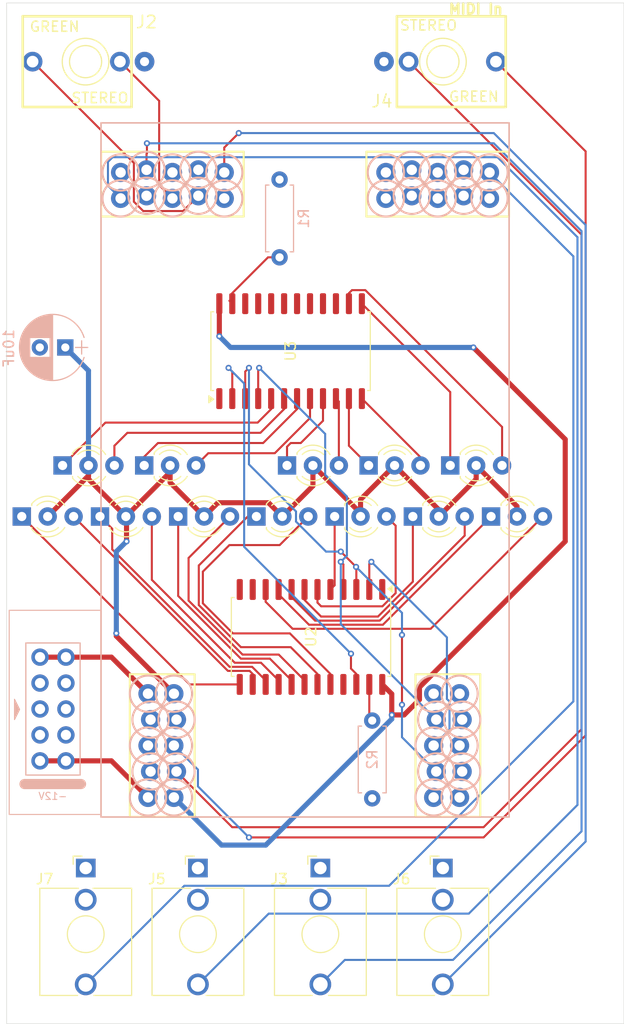
<source format=kicad_pcb>
(kicad_pcb (version 20240108) (generator "pcbnew") (generator_version "8.0")
  (layers (0 "F.Cu" signal) (31 "B.Cu" signal) (34 "B.Paste" user) (35 "F.Paste" user) (36 "B.SilkS" user "B.Silkscreen") (37 "F.SilkS" user "F.Silkscreen") (38 "B.Mask" user) (39 "F.Mask" user) (44 "Edge.Cuts" user))
  (net 0 "")
  (net 3 "Net-(D1-K1)")
  (net 9 "Net-(D1-K2)")
  (net 10 "Net-(D2-K1)")
  (net 13 "Net-(D2-K2)")
  (net 14 "Net-(D3-K1)")
  (net 17 "Net-(D3-K2)")
  (net 18 "GND")
  (net 19 "+12V")
  (net 20 "-12V")
  (net 21 "Net-(D4-K2)")
  (net 22 "Net-(U1-USB_DM)")
  (net 23 "Net-(U1-USB_DP)")
  (net 24 "Net-(U1-AUDIO_OUT_L)")
  (net 25 "Net-(U1-CV_1)")
  (net 26 "Net-(D4-K1)")
  (net 27 "Net-(D5-K1)")
  (net 28 "Net-(D5-K2)")
  (net 29 "Net-(D6-K1)")
  (net 30 "Net-(D6-K2)")
  (net 31 "Net-(D7-K1)")
  (net 32 "Net-(D7-K2)")
  (net 33 "Net-(D8-K1)")
  (net 34 "Net-(D8-K2)")
  (net 35 "Net-(U1-I2C1_SCL)")
  (net 36 "Net-(D9-K2)")
  (net 37 "+5V")
  (net 38 "+3.3V")
  (net 39 "Net-(U1-I2C1_SDA)")
  (net 40 "Net-(D9-K1)")
  (net 41 "Net-(D11-K1)")
  (net 42 "Net-(D11-K2)")
  (net 43 "Net-(D12-K2)")
  (net 44 "Net-(D12-K1)")
  (net 45 "Net-(D13-K2)")
  (net 46 "Net-(D13-K1)")
  (net 49 "Net-(U1-GATE_IN_1)")
  (net 50 "Net-(U1-GATE_OUT_1)")
  (net 53 "Net-(U3-R-EXT)")
  (net 54 "Net-(U2-R-EXT)")
  (net 59 "/LEDs/shift")
  (net 62 "/LEDs/data")
  (net 69 "/LEDs/clock")
  (net 79 "Net-(U2-SDO)")
  (footprint "Connector_Audio:Jack_3.5mm_QingPu_WQP-PJ398SM_Vertical_CircularHoles" (layer "F.Cu") (at 156 145)
    (property "Reference" "J3" (at -4.03 1.08 360) (layer "F.SilkS"))
    (property "Value" "Note Out")
    (pad "S" thru_hole rect (at 0 0 180) (size 1.93 1.83) (drill 1.22) (layers "*.Cu" "*.Mask") (net 18 "GND"))
    (pad "T" thru_hole circle (at 0 11.4 180) (size 2.13 2.13) (drill 1.43) (layers "*.Cu" "*.Mask") (net 24 "Net-(U1-AUDIO_OUT_L)"))
    (pad "TN" thru_hole circle (at 0 3.1 180) (size 2.13 2.13) (drill 1.42) (layers "*.Cu" "*.Mask"))
  )
  (footprint "LED_THT:LED_D3.0mm-3" (layer "F.Cu") (at 142.065097 110.561764)
    (property "Reference" "D3" (hide yes))
    (property "Value" "E")
    (pad "1" thru_hole rect (at 0 0) (size 1.8 1.8) (drill 0.9) (layers "*.Cu" "*.Mask") (net 14 "Net-(D3-K1)"))
    (pad "2" thru_hole circle (at 2.54 0) (size 1.8 1.8) (drill 0.9) (layers "*.Cu" "*.Mask") (net 37 "+5V"))
    (pad "3" thru_hole circle (at 5.08 0) (size 1.8 1.8) (drill 0.9) (layers "*.Cu" "*.Mask") (net 17 "Net-(D3-K2)"))
  )
  (footprint "LED_THT:LED_D3.0mm-3" (layer "F.Cu") (at 157.398429 110.561764)
    (property "Reference" "D5" (hide yes))
    (property "Value" "G")
    (pad "1" thru_hole rect (at 0 0) (size 1.8 1.8) (drill 0.9) (layers "*.Cu" "*.Mask") (net 27 "Net-(D5-K1)"))
    (pad "2" thru_hole circle (at 2.54 0) (size 1.8 1.8) (drill 0.9) (layers "*.Cu" "*.Mask") (net 37 "+5V"))
    (pad "3" thru_hole circle (at 5.08 0) (size 1.8 1.8) (drill 0.9) (layers "*.Cu" "*.Mask") (net 28 "Net-(D5-K2)"))
  )
  (footprint "LED_THT:LED_D3.0mm-3" (layer "F.Cu") (at 168.731765 105.561764)
    (property "Reference" "D13" (hide yes))
    (property "Value" "A#")
    (pad "1" thru_hole rect (at 0 0) (size 1.8 1.8) (drill 0.9) (layers "*.Cu" "*.Mask") (net 46 "Net-(D13-K1)"))
    (pad "2" thru_hole circle (at 2.54 0) (size 1.8 1.8) (drill 0.9) (layers "*.Cu" "*.Mask") (net 37 "+5V"))
    (pad "3" thru_hole circle (at 5.08 0) (size 1.8 1.8) (drill 0.9) (layers "*.Cu" "*.Mask") (net 45 "Net-(D13-K2)"))
  )
  (footprint "LED_THT:LED_D3.0mm-3" (layer "F.Cu") (at 165.065095 110.561764)
    (property "Reference" "D6" (hide yes))
    (property "Value" "A")
    (pad "1" thru_hole rect (at 0 0) (size 1.8 1.8) (drill 0.9) (layers "*.Cu" "*.Mask") (net 29 "Net-(D6-K1)"))
    (pad "2" thru_hole circle (at 2.54 0) (size 1.8 1.8) (drill 0.9) (layers "*.Cu" "*.Mask") (net 37 "+5V"))
    (pad "3" thru_hole circle (at 5.08 0) (size 1.8 1.8) (drill 0.9) (layers "*.Cu" "*.Mask") (net 30 "Net-(D6-K2)"))
  )
  (footprint "Connector_Audio:Jack_3.5mm_QingPu_WQP-PJ398SM_Vertical_CircularHoles" (layer "F.Cu") (at 168 145)
    (property "Reference" "J6" (at -4.03 1.08 180) (layer "F.SilkS"))
    (property "Value" "Gate Out")
    (pad "S" thru_hole rect (at 0 0 180) (size 1.93 1.83) (drill 1.22) (layers "*.Cu" "*.Mask") (net 18 "GND"))
    (pad "T" thru_hole circle (at 0 11.4 180) (size 2.13 2.13) (drill 1.43) (layers "*.Cu" "*.Mask") (net 50 "Net-(U1-GATE_OUT_1)"))
    (pad "TN" thru_hole circle (at 0 3.1 180) (size 2.13 2.13) (drill 1.42) (layers "*.Cu" "*.Mask"))
  )
  (footprint "LED_THT:LED_D3.0mm-3" (layer "F.Cu") (at 134.398431 110.561764)
    (property "Reference" "D2" (hide yes))
    (property "Value" "D")
    (pad "1" thru_hole rect (at 0 0) (size 1.8 1.8) (drill 0.9) (layers "*.Cu" "*.Mask") (net 10 "Net-(D2-K1)"))
    (pad "2" thru_hole circle (at 2.54 0) (size 1.8 1.8) (drill 0.9) (layers "*.Cu" "*.Mask") (net 37 "+5V"))
    (pad "3" thru_hole circle (at 5.08 0) (size 1.8 1.8) (drill 0.9) (layers "*.Cu" "*.Mask") (net 13 "Net-(D2-K2)"))
  )
  (footprint "LED_THT:LED_D3.0mm-3" (layer "F.Cu") (at 160.731765 105.561764)
    (property "Reference" "D12" (hide yes))
    (property "Value" "G#")
    (pad "1" thru_hole rect (at 0 0) (size 1.8 1.8) (drill 0.9) (layers "*.Cu" "*.Mask") (net 44 "Net-(D12-K1)"))
    (pad "2" thru_hole circle (at 2.54 0) (size 1.8 1.8) (drill 0.9) (layers "*.Cu" "*.Mask") (net 37 "+5V"))
    (pad "3" thru_hole circle (at 5.08 0) (size 1.8 1.8) (drill 0.9) (layers "*.Cu" "*.Mask") (net 43 "Net-(D12-K2)"))
  )
  (footprint "LED_THT:LED_D3.0mm-3" (layer "F.Cu") (at 138.731765 105.561764)
    (property "Reference" "D9" (hide yes))
    (property "Value" "D#")
    (pad "1" thru_hole rect (at 0 0) (size 1.8 1.8) (drill 0.9) (layers "*.Cu" "*.Mask") (net 40 "Net-(D9-K1)"))
    (pad "2" thru_hole circle (at 2.54 0) (size 1.8 1.8) (drill 0.9) (layers "*.Cu" "*.Mask") (net 37 "+5V"))
    (pad "3" thru_hole circle (at 5.08 0) (size 1.8 1.8) (drill 0.9) (layers "*.Cu" "*.Mask") (net 36 "Net-(D9-K2)"))
  )
  (footprint "LED_THT:LED_D3.0mm-3" (layer "F.Cu") (at 130.731765 105.561764)
    (property "Reference" "D8" (hide yes))
    (property "Value" "C#")
    (pad "1" thru_hole rect (at 0 0) (size 1.8 1.8) (drill 0.9) (layers "*.Cu" "*.Mask") (net 33 "Net-(D8-K1)"))
    (pad "2" thru_hole circle (at 2.54 0) (size 1.8 1.8) (drill 0.9) (layers "*.Cu" "*.Mask") (net 37 "+5V"))
    (pad "3" thru_hole circle (at 5.08 0) (size 1.8 1.8) (drill 0.9) (layers "*.Cu" "*.Mask") (net 34 "Net-(D8-K2)"))
  )
  (footprint "KitsBlips:Stereo_Thonk_PJ366ST" (layer "F.Cu") (at 168 66 180)
    (property "Reference" "J4" (at 4.826 -3.175 360) (layer "F.SilkS") (effects (font (size 1.2065 1.2065) (thickness 0.1524)) (justify right top)))
    (property "Value" "MIDI In" (at -6.0198 5.7404 360) (layer "F.SilkS") (effects (font (thickness 0.25)) (justify right top)))
    (fp_text user "STEREO" (at 1.397 3.556 360) (layer "F.SilkS"))
    (fp_text user "GREEN" (at -3.048 -3.429 360) (layer "F.SilkS"))
    (pad "R" thru_hole circle (at 3.3528 0 180) (size 1.9304 1.9304) (drill 1.143) (layers "*.Cu" "*.Mask") (net 23 "Net-(U1-USB_DP)"))
    (pad "S" thru_hole circle (at 5.7658 0 180) (size 1.9304 1.9304) (drill 0.889) (layers "*.Cu" "*.Mask") (net 18 "GND"))
    (pad "T" thru_hole circle (at -5.207 0 180) (size 1.9304 1.9304) (drill 1.143) (layers "*.Cu" "*.Mask") (net 22 "Net-(U1-USB_DM)"))
  )
  (footprint "LED_THT:LED_D3.0mm-3" (layer "F.Cu") (at 152.731765 105.561764)
    (property "Reference" "D11" (hide yes))
    (property "Value" "F#")
    (pad "1" thru_hole rect (at 0 0) (size 1.8 1.8) (drill 0.9) (layers "*.Cu" "*.Mask") (net 41 "Net-(D11-K1)"))
    (pad "2" thru_hole circle (at 2.54 0) (size 1.8 1.8) (drill 0.9) (layers "*.Cu" "*.Mask") (net 37 "+5V"))
    (pad "3" thru_hole circle (at 5.08 0) (size 1.8 1.8) (drill 0.9) (layers "*.Cu" "*.Mask") (net 42 "Net-(D11-K2)"))
  )
  (footprint "Connector_Audio:Jack_3.5mm_QingPu_WQP-PJ398SM_Vertical_CircularHoles" (layer "F.Cu") (at 144 145)
    (property "Reference" "J5" (at -4.03 1.08 180) (layer "F.SilkS"))
    (property "Value" "Trig")
    (pad "S" thru_hole rect (at 0 0 180) (size 1.93 1.83) (drill 1.22) (layers "*.Cu" "*.Mask") (net 18 "GND"))
    (pad "T" thru_hole circle (at 0 11.4 180) (size 2.13 2.13) (drill 1.43) (layers "*.Cu" "*.Mask") (net 49 "Net-(U1-GATE_IN_1)"))
    (pad "TN" thru_hole circle (at 0 3.1 180) (size 2.13 2.13) (drill 1.42) (layers "*.Cu" "*.Mask"))
  )
  (footprint "LED_THT:LED_D3.0mm-3" (layer "F.Cu") (at 149.731763 110.561764)
    (property "Reference" "D4" (hide yes))
    (property "Value" "F")
    (pad "1" thru_hole rect (at 0 0) (size 1.8 1.8) (drill 0.9) (layers "*.Cu" "*.Mask") (net 26 "Net-(D4-K1)"))
    (pad "2" thru_hole circle (at 2.54 0) (size 1.8 1.8) (drill 0.9) (layers "*.Cu" "*.Mask") (net 37 "+5V"))
    (pad "3" thru_hole circle (at 5.08 0) (size 1.8 1.8) (drill 0.9) (layers "*.Cu" "*.Mask") (net 21 "Net-(D4-K2)"))
  )
  (footprint "LED_THT:LED_D3.0mm-3" (layer "F.Cu") (at 172.731765 110.561764)
    (property "Reference" "D7" (hide yes))
    (property "Value" "B")
    (pad "1" thru_hole rect (at 0 0) (size 1.8 1.8) (drill 0.9) (layers "*.Cu" "*.Mask") (net 31 "Net-(D7-K1)"))
    (pad "2" thru_hole circle (at 2.54 0) (size 1.8 1.8) (drill 0.9) (layers "*.Cu" "*.Mask") (net 37 "+5V"))
    (pad "3" thru_hole circle (at 5.08 0) (size 1.8 1.8) (drill 0.9) (layers "*.Cu" "*.Mask") (net 32 "Net-(D7-K2)"))
  )
  (footprint "KitsBlips:Stereo_Thonk_PJ366ST" (layer "F.Cu") (at 133 66)
    (property "Reference" "J2" (at 4.826 -3.175 0) (layer "F.SilkS") (effects (font (size 1.2065 1.2065) (thickness 0.1524)) (justify left bottom)))
    (property "Value" "MIDI Out" (hide yes))
    (fp_text user "GREEN" (at -3.048 -3.429 0) (layer "F.SilkS"))
    (fp_text user "STEREO" (at 1.397 3.556 0) (layer "F.SilkS"))
    (pad "R" thru_hole circle (at 3.3528 0) (size 1.9304 1.9304) (drill 1.143) (layers "*.Cu" "*.Mask") (net 39 "Net-(U1-I2C1_SDA)"))
    (pad "S" thru_hole circle (at 5.7658 0) (size 1.9304 1.9304) (drill 0.889) (layers "*.Cu" "*.Mask") (net 18 "GND"))
    (pad "T" thru_hole circle (at -5.207 0) (size 1.9304 1.9304) (drill 1.143) (layers "*.Cu" "*.Mask") (net 35 "Net-(U1-I2C1_SCL)"))
  )
  (footprint "Package_SO:SOIC-24W_7.5x15.4mm_P1.27mm" (layer "F.Cu") (at 155.081765 122.361764 -90)
    (property "Reference" "U2" (at 0 0 90) (layer "F.SilkS"))
    (property "Value" "STP16CP05")
    (pad "1" smd roundrect (at -4.65 -6.985 270) (size 2.05 0.6) (layers "F.Cu" "F.Paste" "F.Mask") (net 18 "GND"))
    (pad "2" smd roundrect (at -4.65 -5.715 270) (size 2.05 0.6) (layers "F.Cu" "F.Paste" "F.Mask") (net 62 "/LEDs/data"))
    (pad "3" smd roundrect (at -4.65 -4.445 270) (size 2.05 0.6) (layers "F.Cu" "F.Paste" "F.Mask") (net 69 "/LEDs/clock"))
    (pad "4" smd roundrect (at -4.65 -3.175 270) (size 2.05 0.6) (layers "F.Cu" "F.Paste" "F.Mask") (net 59 "/LEDs/shift"))
    (pad "5" smd roundrect (at -4.65 -1.905 270) (size 2.05 0.6) (layers "F.Cu" "F.Paste" "F.Mask") (net 27 "Net-(D5-K1)"))
    (pad "6" smd roundrect (at -4.65 -0.635 270) (size 2.05 0.6) (layers "F.Cu" "F.Paste" "F.Mask") (net 28 "Net-(D5-K2)"))
    (pad "7" smd roundrect (at -4.65 0.635 270) (size 2.05 0.6) (layers "F.Cu" "F.Paste" "F.Mask") (net 29 "Net-(D6-K1)"))
    (pad "8" smd roundrect (at -4.65 1.905 270) (size 2.05 0.6) (layers "F.Cu" "F.Paste" "F.Mask") (net 30 "Net-(D6-K2)"))
    (pad "9" smd roundrect (at -4.65 3.175 270) (size 2.05 0.6) (layers "F.Cu" "F.Paste" "F.Mask") (net 31 "Net-(D7-K1)"))
    (pad "10" smd roundrect (at -4.65 4.445 270) (size 2.05 0.6) (layers "F.Cu" "F.Paste" "F.Mask") (net 32 "Net-(D7-K2)"))
    (pad "11" smd roundrect (at -4.65 5.715 270) (size 2.05 0.6) (layers "F.Cu" "F.Paste" "F.Mask"))
    (pad "12" smd roundrect (at -4.65 6.985 270) (size 2.05 0.6) (layers "F.Cu" "F.Paste" "F.Mask"))
    (pad "13" smd roundrect (at 4.65 6.985 270) (size 2.05 0.6) (layers "F.Cu" "F.Paste" "F.Mask") (net 3 "Net-(D1-K1)"))
    (pad "14" smd roundrect (at 4.65 5.715 270) (size 2.05 0.6) (layers "F.Cu" "F.Paste" "F.Mask") (net 9 "Net-(D1-K2)"))
    (pad "15" smd roundrect (at 4.65 4.445 270) (size 2.05 0.6) (layers "F.Cu" "F.Paste" "F.Mask") (net 10 "Net-(D2-K1)"))
    (pad "16" smd roundrect (at 4.65 3.175 270) (size 2.05 0.6) (layers "F.Cu" "F.Paste" "F.Mask") (net 13 "Net-(D2-K2)"))
    (pad "17" smd roundrect (at 4.65 1.905 270) (size 2.05 0.6) (layers "F.Cu" "F.Paste" "F.Mask") (net 14 "Net-(D3-K1)"))
    (pad "18" smd roundrect (at 4.65 0.635 270) (size 2.05 0.6) (layers "F.Cu" "F.Paste" "F.Mask") (net 17 "Net-(D3-K2)"))
    (pad "19" smd roundrect (at 4.65 -0.635 270) (size 2.05 0.6) (layers "F.Cu" "F.Paste" "F.Mask") (net 26 "Net-(D4-K1)"))
    (pad "20" smd roundrect (at 4.65 -1.905 270) (size 2.05 0.6) (layers "F.Cu" "F.Paste" "F.Mask") (net 21 "Net-(D4-K2)"))
    (pad "21" smd roundrect (at 4.65 -3.175 270) (size 2.05 0.6) (layers "F.Cu" "F.Paste" "F.Mask") (net 18 "GND"))
    (pad "22" smd roundrect (at 4.65 -4.445 270) (size 2.05 0.6) (layers "F.Cu" "F.Paste" "F.Mask") (net 79 "Net-(U2-SDO)"))
    (pad "23" smd roundrect (at 4.65 -5.715 270) (size 2.05 0.6) (layers "F.Cu" "F.Paste" "F.Mask") (net 54 "Net-(U2-R-EXT)"))
    (pad "24" smd roundrect (at 4.65 -6.985 270) (size 2.05 0.6) (layers "F.Cu" "F.Paste" "F.Mask") (net 38 "+3.3V"))
  )
  (footprint "Package_SO:SOIC-24W_7.5x15.4mm_P1.27mm" (layer "F.Cu") (at 153.081765 94.361764 90)
    (property "Reference" "U3" (at 0 0 90) (layer "F.SilkS"))
    (property "Value" "STP16CP05")
    (pad "1" smd roundrect (at -4.65 -6.985 90) (size 2.05 0.6) (layers "F.Cu" "F.Paste" "F.Mask") (net 18 "GND"))
    (pad "2" smd roundrect (at -4.65 -5.715 90) (size 2.05 0.6) (layers "F.Cu" "F.Paste" "F.Mask") (net 79 "Net-(U2-SDO)"))
    (pad "3" smd roundrect (at -4.65 -4.445 90) (size 2.05 0.6) (layers "F.Cu" "F.Paste" "F.Mask") (net 69 "/LEDs/clock"))
    (pad "4" smd roundrect (at -4.65 -3.175 90) (size 2.05 0.6) (layers "F.Cu" "F.Paste" "F.Mask") (net 59 "/LEDs/shift"))
    (pad "5" smd roundrect (at -4.65 -1.905 90) (size 2.05 0.6) (layers "F.Cu" "F.Paste" "F.Mask") (net 33 "Net-(D8-K1)"))
    (pad "6" smd roundrect (at -4.65 -0.635 90) (size 2.05 0.6) (layers "F.Cu" "F.Paste" "F.Mask") (net 34 "Net-(D8-K2)"))
    (pad "7" smd roundrect (at -4.65 0.635 90) (size 2.05 0.6) (layers "F.Cu" "F.Paste" "F.Mask") (net 40 "Net-(D9-K1)"))
    (pad "8" smd roundrect (at -4.65 1.905 90) (size 2.05 0.6) (layers "F.Cu" "F.Paste" "F.Mask") (net 36 "Net-(D9-K2)"))
    (pad "9" smd roundrect (at -4.65 3.175 90) (size 2.05 0.6) (layers "F.Cu" "F.Paste" "F.Mask") (net 41 "Net-(D11-K1)"))
    (pad "10" smd roundrect (at -4.65 4.445 90) (size 2.05 0.6) (layers "F.Cu" "F.Paste" "F.Mask") (net 42 "Net-(D11-K2)"))
    (pad "11" smd roundrect (at -4.65 5.715 90) (size 2.05 0.6) (layers "F.Cu" "F.Paste" "F.Mask") (net 44 "Net-(D12-K1)"))
    (pad "12" smd roundrect (at -4.65 6.985 90) (size 2.05 0.6) (layers "F.Cu" "F.Paste" "F.Mask") (net 43 "Net-(D12-K2)"))
    (pad "13" smd roundrect (at 4.65 6.985 90) (size 2.05 0.6) (layers "F.Cu" "F.Paste" "F.Mask") (net 46 "Net-(D13-K1)"))
    (pad "14" smd roundrect (at 4.65 5.715 90) (size 2.05 0.6) (layers "F.Cu" "F.Paste" "F.Mask") (net 45 "Net-(D13-K2)"))
    (pad "15" smd roundrect (at 4.65 4.445 90) (size 2.05 0.6) (layers "F.Cu" "F.Paste" "F.Mask"))
    (pad "16" smd roundrect (at 4.65 3.175 90) (size 2.05 0.6) (layers "F.Cu" "F.Paste" "F.Mask"))
    (pad "17" smd roundrect (at 4.65 1.905 90) (size 2.05 0.6) (layers "F.Cu" "F.Paste" "F.Mask"))
    (pad "18" smd roundrect (at 4.65 0.635 90) (size 2.05 0.6) (layers "F.Cu" "F.Paste" "F.Mask"))
    (pad "19" smd roundrect (at 4.65 -0.635 90) (size 2.05 0.6) (layers "F.Cu" "F.Paste" "F.Mask"))
    (pad "20" smd roundrect (at 4.65 -1.905 90) (size 2.05 0.6) (layers "F.Cu" "F.Paste" "F.Mask"))
    (pad "21" smd roundrect (at 4.65 -3.175 90) (size 2.05 0.6) (layers "F.Cu" "F.Paste" "F.Mask") (net 18 "GND"))
    (pad "22" smd roundrect (at 4.65 -4.445 90) (size 2.05 0.6) (layers "F.Cu" "F.Paste" "F.Mask"))
    (pad "23" smd roundrect (at 4.65 -5.715 90) (size 2.05 0.6) (layers "F.Cu" "F.Paste" "F.Mask") (net 53 "Net-(U3-R-EXT)"))
    (pad "24" smd roundrect (at 4.65 -6.985 90) (size 2.05 0.6) (layers "F.Cu" "F.Paste" "F.Mask") (net 38 "+3.3V"))
  )
  (footprint "Connector_Audio:Jack_3.5mm_QingPu_WQP-PJ398SM_Vertical_CircularHoles" (layer "F.Cu") (at 133 145)
    (property "Reference" "J7" (at -4.03 1.08 180) (layer "F.SilkS"))
    (property "Value" "Note")
    (pad "S" thru_hole rect (at 0 0 180) (size 1.93 1.83) (drill 1.22) (layers "*.Cu" "*.Mask") (net 18 "GND"))
    (pad "T" thru_hole circle (at 0 11.4 180) (size 2.13 2.13) (drill 1.43) (layers "*.Cu" "*.Mask") (net 25 "Net-(U1-CV_1)"))
    (pad "TN" thru_hole circle (at 0 3.1 180) (size 2.13 2.13) (drill 1.42) (layers "*.Cu" "*.Mask"))
  )
  (footprint "LED_THT:LED_D3.0mm-3" (layer "F.Cu") (at 126.731765 110.561764)
    (property "Reference" "D1" (hide yes))
    (property "Value" "C")
    (pad "1" thru_hole rect (at 0 0) (size 1.8 1.8) (drill 0.9) (layers "*.Cu" "*.Mask") (net 3 "Net-(D1-K1)"))
    (pad "2" thru_hole circle (at 2.54 0) (size 1.8 1.8) (drill 0.9) (layers "*.Cu" "*.Mask") (net 37 "+5V"))
    (pad "3" thru_hole circle (at 5.08 0) (size 1.8 1.8) (drill 0.9) (layers "*.Cu" "*.Mask") (net 9 "Net-(D1-K2)"))
  )
  (footprint "Resistor_THT:R_Axial_DIN0207_L6.3mm_D2.5mm_P7.62mm_Horizontal" (layer "B.Cu") (at 152 85.171764 90)
    (property "Reference" "R1" (at 3.81 2.37 90) (layer "B.SilkS") (effects (justify mirror)))
    (property "Value" "R")
    (pad "1" thru_hole circle (at 0 0 90) (size 1.6 1.6) (drill 0.8) (layers "*.Cu" "*.Mask") (net 53 "Net-(U3-R-EXT)"))
    (pad "2" thru_hole oval (at 7.62 0 90) (size 1.6 1.6) (drill 0.8) (layers "*.Cu" "*.Mask") (net 18 "GND"))
  )
  (footprint "KitsBlips:ES_DAISY_PATCH_SM_REV1" (layer "B.Cu") (at 154.5 106 90)
    (property "Reference" "U1" (hide yes))
    (property "Value" "~" (hide yes))
    (pad "A1" thru_hole circle (at -32.08 -15.397 180) (size 1.8796 1.8796) (drill 1.016) (layers "*.Cu" "*.Mask") (net 20 "-12V"))
    (pad "A2" thru_hole circle (at -29.54 -15.143 180) (size 1.8796 1.8796) (drill 1.016) (layers "*.Cu" "*.Mask"))
    (pad "A3" thru_hole circle (at -27 -15.397 180) (size 1.8796 1.8796) (drill 1.016) (layers "*.Cu" "*.Mask"))
    (pad "A4" thru_hole circle (at -24.46 -15.143 180) (size 1.8796 1.8796) (drill 1.016) (layers "*.Cu" "*.Mask") (net 18 "GND"))
    (pad "A5" thru_hole circle (at -21.92 -15.397 180) (size 1.8796 1.8796) (drill 1.016) (layers "*.Cu" "*.Mask") (net 19 "+12V"))
    (pad "A6" thru_hole circle (at -21.92 -12.857 180) (size 1.8796 1.8796) (drill 1.016) (layers "*.Cu" "*.Mask") (net 37 "+5V"))
    (pad "A7" thru_hole circle (at -24.46 -12.603 180) (size 1.8796 1.8796) (drill 1.016) (layers "*.Cu" "*.Mask") (net 18 "GND"))
    (pad "A8" thru_hole circle (at -27 -12.857 180) (size 1.8796 1.8796) (drill 1.016) (layers "*.Cu" "*.Mask") (net 22 "Net-(U1-USB_DM)"))
    (pad "A9" thru_hole circle (at -29.54 -12.603 180) (size 1.8796 1.8796) (drill 1.016) (layers "*.Cu" "*.Mask") (net 23 "Net-(U1-USB_DP)"))
    (pad "A10" thru_hole circle (at -32.08 -12.857 180) (size 1.8796 1.8796) (drill 1.016) (layers "*.Cu" "*.Mask") (net 38 "+3.3V"))
    (pad "B1" thru_hole circle (at 29.143 -18.08 270) (size 1.8796 1.8796) (drill 1.016) (layers "*.Cu" "*.Mask"))
    (pad "B2" thru_hole circle (at 29.397 -15.54 270) (size 1.8796 1.8796) (drill 1.016) (layers "*.Cu" "*.Mask") (net 24 "Net-(U1-AUDIO_OUT_L)"))
    (pad "B3" thru_hole circle (at 29.143 -13 270) (size 1.8796 1.8796) (drill 1.016) (layers "*.Cu" "*.Mask"))
    (pad "B4" thru_hole circle (at 29.397 -10.46 270) (size 1.8796 1.8796) (drill 1.016) (layers "*.Cu" "*.Mask"))
    (pad "B5" thru_hole circle (at 29.143 -7.92 270) (size 1.8796 1.8796) (drill 1.016) (layers "*.Cu" "*.Mask") (net 50 "Net-(U1-GATE_OUT_1)"))
    (pad "B6" thru_hole circle (at 26.603 -7.92 270) (size 1.8796 1.8796) (drill 1.016) (layers "*.Cu" "*.Mask"))
    (pad "B7" thru_hole circle (at 26.857 -10.46 270) (size 1.8796 1.8796) (drill 1.016) (layers "*.Cu" "*.Mask") (net 35 "Net-(U1-I2C1_SCL)"))
    (pad "B8" thru_hole circle (at 26.603 -13 270) (size 1.8796 1.8796) (drill 1.016) (layers "*.Cu" "*.Mask") (net 39 "Net-(U1-I2C1_SDA)"))
    (pad "B9" thru_hole circle (at 26.857 -15.54 270) (size 1.8796 1.8796) (drill 1.016) (layers "*.Cu" "*.Mask"))
    (pad "B10" thru_hole circle (at 26.603 -18.08 270) (size 1.8796 1.8796) (drill 1.016) (layers "*.Cu" "*.Mask") (net 49 "Net-(U1-GATE_IN_1)"))
    (pad "C1" thru_hole circle (at 29.143 7.92 270) (size 1.8796 1.8796) (drill 1.016) (layers "*.Cu" "*.Mask"))
    (pad "C2" thru_hole circle (at 29.397 10.46 270) (size 1.8796 1.8796) (drill 1.016) (layers "*.Cu" "*.Mask"))
    (pad "C3" thru_hole circle (at 29.143 13 270) (size 1.8796 1.8796) (drill 1.016) (layers "*.Cu" "*.Mask"))
    (pad "C4" thru_hole circle (at 29.397 15.54 270) (size 1.8796 1.8796) (drill 1.016) (layers "*.Cu" "*.Mask"))
    (pad "C5" thru_hole circle (at 29.143 18.08 270) (size 1.8796 1.8796) (drill 1.016) (layers "*.Cu" "*.Mask") (net 25 "Net-(U1-CV_1)"))
    (pad "C6" thru_hole circle (at 26.603 18.08 270) (size 1.8796 1.8796) (drill 1.016) (layers "*.Cu" "*.Mask"))
    (pad "C7" thru_hole circle (at 26.857 15.54 270) (size 1.8796 1.8796) (drill 1.016) (layers "*.Cu" "*.Mask"))
    (pad "C8" thru_hole circle (at 26.603 13 270) (size 1.8796 1.8796) (drill 1.016) (layers "*.Cu" "*.Mask"))
    (pad "C9" thru_hole circle (at 26.857 10.46 270) (size 1.8796 1.8796) (drill 1.016) (layers "*.Cu" "*.Mask"))
    (pad "C10" thru_hole circle (at 26.603 7.92 270) (size 1.8796 1.8796) (drill 1.016) (layers "*.Cu" "*.Mask"))
    (pad "D1" thru_hole circle (at -32.08 12.603 180) (size 1.8796 1.8796) (drill 1.016) (layers "*.Cu" "*.Mask"))
    (pad "D2" thru_hole circle (at -29.54 12.857 180) (size 1.8796 1.8796) (drill 1.016) (layers "*.Cu" "*.Mask") (net 69 "/LEDs/clock"))
    (pad "D3" thru_hole circle (at -27 12.603 180) (size 1.8796 1.8796) (drill 1.016) (layers "*.Cu" "*.Mask") (net 62 "/LEDs/data"))
    (pad "D4" thru_hole circle (at -24.46 12.857 180) (size 1.8796 1.8796) (drill 1.016) (layers "*.Cu" "*.Mask") (net 59 "/LEDs/shift"))
    (pad "D5" thru_hole circle (at -21.92 12.603 180) (size 1.8796 1.8796) (drill 1.016) (layers "*.Cu" "*.Mask"))
    (pad "D6" thru_hole circle (at -21.92 15.143 180) (size 1.8796 1.8796) (drill 1.016) (layers "*.Cu" "*.Mask"))
    (pad "D7" thru_hole circle (at -24.46 15.397 180) (size 1.8796 1.8796) (drill 1.016) (layers "*.Cu" "*.Mask"))
    (pad "D8" thru_hole circle (at -27 15.143 180) (size 1.8796 1.8796) (drill 1.016) (layers "*.Cu" "*.Mask"))
    (pad "D9" thru_hole circle (at -29.54 15.397 180) (size 1.8796 1.8796) (drill 1.016) (layers "*.Cu" "*.Mask"))
    (pad "D10" thru_hole circle (at -32.08 15.143 180) (size 1.8796 1.8796) (drill 1.016) (layers "*.Cu" "*.Mask"))
  )
  (footprint "Resistor_THT:R_Axial_DIN0207_L6.3mm_D2.5mm_P7.62mm_Horizontal" (layer "B.Cu") (at 161.081765 130.551764 -90)
    (property "Reference" "R2" (at 3.81 0 90) (layer "B.SilkS") (effects (justify mirror)))
    (property "Value" "R")
    (pad "1" thru_hole circle (at 0 0 270) (size 1.6 1.6) (drill 0.8) (layers "*.Cu" "*.Mask") (net 54 "Net-(U2-R-EXT)"))
    (pad "2" thru_hole oval (at 7.62 0 270) (size 1.6 1.6) (drill 0.8) (layers "*.Cu" "*.Mask") (net 18 "GND"))
  )
  (footprint "KitsBlips:Pins_2x05_2.54mm_TH_Europower_shrouded" (layer "B.Cu") (at 130 131 180)
    (property "Reference" "J1" (hide yes))
    (property "Value" "EURO_PWR_2x5" (hide yes))
    (fp_text user "-12V" (at 0.23 -6.96 360) (layer "B.SilkS") (effects (font (size 0.7 0.7) (thickness 0.1)) (justify mirror)))
    (pad "1" thru_hole oval (at -1.06 6.66 180) (size 1.7 1.7) (drill 1) (layers "*.Cu" "*.Mask") (net 19 "+12V"))
    (pad "2" thru_hole oval (at 1.48 6.66 180) (size 1.7 1.7) (drill 1) (layers "*.Cu" "*.Mask") (net 19 "+12V"))
    (pad "3" thru_hole oval (at -1.06 4.12 180) (size 1.7 1.7) (drill 1) (layers "*.Cu" "*.Mask") (net 18 "GND"))
    (pad "4" thru_hole oval (at 1.48 4.12 180) (size 1.7 1.7) (drill 1) (layers "*.Cu" "*.Mask") (net 18 "GND"))
    (pad "5" thru_hole oval (at -1.06 1.58 180) (size 1.7 1.7) (drill 1) (layers "*.Cu" "*.Mask") (net 18 "GND"))
    (pad "6" thru_hole oval (at 1.48 1.58 180) (size 1.7 1.7) (drill 1) (layers "*.Cu" "*.Mask") (net 18 "GND"))
    (pad "7" thru_hole oval (at -1.06 -0.96 180) (size 1.7 1.7) (drill 1) (layers "*.Cu" "*.Mask") (net 18 "GND"))
    (pad "8" thru_hole oval (at 1.48 -0.96 180) (size 1.7 1.7) (drill 1) (layers "*.Cu" "*.Mask") (net 18 "GND"))
    (pad "9" thru_hole oval (at -1.06 -3.5 180) (size 1.7 1.7) (drill 1) (layers "*.Cu" "*.Mask") (net 20 "-12V"))
    (pad "10" thru_hole oval (at 1.48 -3.5 180) (size 1.7 1.7) (drill 1) (layers "*.Cu" "*.Mask") (net 20 "-12V"))
  )
  (footprint "KitsBlips:CP_Radial_P2.5mm" (layer "B.Cu") (at 131 94 180)
    (property "Reference" "C1" (hide yes))
    (property "Value" "10uF" (at 5.54 -0.09 90) (layer "B.SilkS") (effects (font (size 1.016 1.016) (thickness 0.1524)) (justify mirror)))
    (pad "1" thru_hole rect (at 0 0 180) (size 1.6 1.6) (drill 0.8) (layers "*.Cu" "*.Mask") (net 37 "+5V"))
    (pad "2" thru_hole circle (at 2.5 0 180) (size 1.6 1.6) (drill 0.8) (layers "*.Cu" "*.Mask") (net 18 "GND"))
  )
  (gr_rect (start 125.25 60.25) (end 185.75 160.25) (stroke (width 0.05)) (fill none) (layer "Edge.Cuts"))
  (segment (start 143.181765 127.011764) (end 148.096765 127.011764) (width 0.2) (layer "F.Cu") (net 3))
  (segment (start 126.731765 110.561764) (end 143.181765 127.011764) (width 0.2) (layer "F.Cu") (net 3))
  (segment (start 149.066764 125.686764) (end 149.366765 125.986765) (width 0.2) (layer "F.Cu") (net 9))
  (segment (start 149.366765 125.986765) (end 149.366765 127.011764) (width 0.2) (layer "F.Cu") (net 9))
  (segment (start 146.936765 125.686764) (end 149.066764 125.686764) (width 0.2) (layer "F.Cu") (net 9))
  (segment (start 131.811765 110.561764) (end 146.936765 125.686764) (width 0.2) (layer "F.Cu") (net 9))
  (segment (start 135.598431 111.761764) (end 135.598431 113.782744) (width 0.2) (layer "F.Cu") (net 10))
  (segment (start 150.636765 126.616212) (end 150.636765 127.011764) (width 0.2) (layer "F.Cu") (net 10))
  (segment (start 147.102451 125.286764) (end 149.307317 125.286764) (width 0.2) (layer "F.Cu") (net 10))
  (segment (start 135.598431 113.782744) (end 147.102451 125.286764) (width 0.2) (layer "F.Cu") (net 10))
  (segment (start 134.398431 110.561764) (end 135.598431 111.761764) (width 0.2) (layer "F.Cu") (net 10))
  (segment (start 149.307317 125.286764) (end 150.636765 126.616212) (width 0.2) (layer "F.Cu") (net 10))
  (segment (start 147.606765 124.886764) (end 150.177317 124.886764) (width 0.2) (layer "F.Cu") (net 13))
  (segment (start 139.478431 116.75843) (end 147.606765 124.886764) (width 0.2) (layer "F.Cu") (net 13))
  (segment (start 139.478431 110.561764) (end 139.478431 116.75843) (width 0.2) (layer "F.Cu") (net 13))
  (segment (start 150.177317 124.886764) (end 151.906765 126.616212) (width 0.2) (layer "F.Cu") (net 13))
  (segment (start 151.906765 126.616212) (end 151.906765 127.011764) (width 0.2) (layer "F.Cu") (net 13))
  (segment (start 151.047317 124.486764) (end 153.176765 126.616212) (width 0.2) (layer "F.Cu") (net 14))
  (segment (start 142.065097 118.345096) (end 148.206765 124.486764) (width 0.2) (layer "F.Cu") (net 14))
  (segment (start 142.065097 110.561764) (end 142.065097 118.345096) (width 0.2) (layer "F.Cu") (net 14))
  (segment (start 153.176765 126.616212) (end 153.176765 127.011764) (width 0.2) (layer "F.Cu") (net 14))
  (segment (start 148.206765 124.486764) (end 151.047317 124.486764) (width 0.2) (layer "F.Cu") (net 14))
  (segment (start 143.081765 114.625096) (end 143.081765 118.796078) (width 0.2) (layer "F.Cu") (net 17))
  (segment (start 148.372451 124.086764) (end 151.917317 124.086764) (width 0.2) (layer "F.Cu") (net 17))
  (segment (start 143.081765 118.796078) (end 148.372451 124.086764) (width 0.2) (layer "F.Cu") (net 17))
  (segment (start 154.446765 126.616212) (end 154.446765 127.011764) (width 0.2) (layer "F.Cu") (net 17))
  (segment (start 147.145097 110.561764) (end 143.081765 114.625096) (width 0.2) (layer "F.Cu") (net 17))
  (segment (start 151.917317 124.086764) (end 154.446765 126.616212) (width 0.2) (layer "F.Cu") (net 17))
  (segment (start 131.06 124.34) (end 135.523 124.34) (width 0.5) (layer "F.Cu") (net 19))
  (segment (start 128.52 124.34) (end 131.06 124.34) (width 0.5) (layer "F.Cu") (net 19))
  (segment (start 135.523 124.34) (end 139.103 127.92) (width 0.5) (layer "F.Cu") (net 19))
  (segment (start 131.06 134.5) (end 135.523 134.5) (width 0.5) (layer "F.Cu") (net 20))
  (segment (start 128.52 134.5) (end 131.06 134.5) (width 0.5) (layer "F.Cu") (net 20))
  (segment (start 135.523 134.5) (end 139.103 138.08) (width 0.5) (layer "F.Cu") (net 20))
  (segment (start 144.481765 119.064706) (end 147.430294 122.013235) (width 0.2) (layer "F.Cu") (net 21))
  (segment (start 147.081765 113.361764) (end 144.481765 115.961764) (width 0.2) (layer "F.Cu") (net 21))
  (segment (start 144.481765 115.961764) (end 144.481765 119.064706) (width 0.2) (layer "F.Cu") (net 21))
  (segment (start 147.430294 122.013235) (end 153.013235 122.013235) (width 0.2) (layer "F.Cu") (net 21))
  (segment (start 152.011763 113.361764) (end 147.081765 113.361764) (width 0.2) (layer "F.Cu") (net 21))
  (segment (start 156.986765 125.986765) (end 156.986765 127.011764) (width 0.2) (layer "F.Cu") (net 21))
  (segment (start 153.013235 122.013235) (end 156.986765 125.986765) (width 0.2) (layer "F.Cu") (net 21))
  (segment (start 154.811763 110.561764) (end 152.011763 113.361764) (width 0.2) (layer "F.Cu") (net 21))
  (segment (start 182 132) (end 182 74.793) (width 0.2) (layer "F.Cu") (net 22))
  (segment (start 149 142) (end 172 142) (width 0.2) (layer "F.Cu") (net 22))
  (segment (start 182 74.793) (end 173.207 66) (width 0.2) (layer "F.Cu") (net 22))
  (segment (start 172 142) (end 182 132) (width 0.2) (layer "F.Cu") (net 22))
  (via (at 149 142) (size 0.6) (drill 0.3) (layers "F.Cu" "B.Cu") (net 22))
  (segment (start 149 142) (end 144 137) (width 0.2) (layer "B.Cu") (net 22))
  (segment (start 144 137) (end 144 135.357) (width 0.2) (layer "B.Cu") (net 22))
  (segment (start 144 135.357) (end 141.643 133) (width 0.2) (layer "B.Cu") (net 22))
  (segment (start 181.6 131.4) (end 172 141) (width 0.2) (layer "F.Cu") (net 23))
  (segment (start 172 141) (end 147.357 141) (width 0.2) (layer "F.Cu") (net 23))
  (segment (start 147.357 141) (end 141.897 135.54) (width 0.2) (layer "F.Cu") (net 23))
  (segment (start 164.6472 66) (end 181.6 82.9528) (width 0.2) (layer "F.Cu") (net 23))
  (segment (start 181.6 82.9528) (end 181.6 131.4) (width 0.2) (layer "F.Cu") (net 23))
  (segment (start 139 75) (end 138.96 75.04) (width 0.2) (layer "F.Cu") (net 24))
  (segment (start 139 74) (end 139 75) (width 0.2) (layer "F.Cu") (net 24))
  (segment (start 138.96 75.04) (end 138.96 76.603) (width 0.2) (layer "F.Cu") (net 24))
  (via (at 139 74) (size 0.6) (drill 0.3) (layers "F.Cu" "B.Cu") (net 24))
  (segment (start 158.4 154) (end 169 154) (width 0.2) (layer "B.Cu") (net 24))
  (segment (start 173 74) (end 139 74) (width 0.2) (layer "B.Cu") (net 24))
  (segment (start 169 154) (end 181.6 141.4) (width 0.2) (layer "B.Cu") (net 24))
  (segment (start 156 156.4) (end 158.4 154) (width 0.2) (layer "B.Cu") (net 24))
  (segment (start 181.6 141.4) (end 181.6 82.6) (width 0.2) (layer "B.Cu") (net 24))
  (segment (start 181.6 82.6) (end 173 74) (width 0.2) (layer "B.Cu") (net 24))
  (segment (start 180.8 128.676342) (end 180.8 85.077) (width 0.2) (layer "B.Cu") (net 25))
  (segment (start 180.8 85.077) (end 172.58 76.857) (width 0.2) (layer "B.Cu") (net 25))
  (segment (start 142.665 146.735) (end 162.741342 146.735) (width 0.2) (layer "B.Cu") (net 25))
  (segment (start 162.741342 146.735) (end 180.8 128.676342) (width 0.2) (layer "B.Cu") (net 25))
  (segment (start 133 156.4) (end 142.665 146.735) (width 0.2) (layer "B.Cu") (net 25))
  (segment (start 144.081765 115.361764) (end 144.081765 119.230392) (width 0.2) (layer "F.Cu") (net 26))
  (segment (start 153.091764 123.361764) (end 155.716765 125.986765) (width 0.2) (layer "F.Cu") (net 26))
  (segment (start 148.213137 123.361764) (end 153.091764 123.361764) (width 0.2) (layer "F.Cu") (net 26))
  (segment (start 155.716765 125.986765) (end 155.716765 127.011764) (width 0.2) (layer "F.Cu") (net 26))
  (segment (start 148.881765 110.561764) (end 144.081765 115.361764) (width 0.2) (layer "F.Cu") (net 26))
  (segment (start 149.731763 110.561764) (end 148.881765 110.561764) (width 0.2) (layer "F.Cu") (net 26))
  (segment (start 144.081765 119.230392) (end 148.213137 123.361764) (width 0.2) (layer "F.Cu") (net 26))
  (segment (start 157.398429 117.3001) (end 156.986765 117.711764) (width 0.2) (layer "F.Cu") (net 27))
  (segment (start 157.398429 110.561764) (end 157.398429 117.3001) (width 0.2) (layer "F.Cu") (net 27))
  (segment (start 163.378429 111.461764) (end 163.378429 118.065652) (width 0.2) (layer "F.Cu") (net 28))
  (segment (start 163.378429 118.065652) (end 162.082317 119.361764) (width 0.2) (layer "F.Cu") (net 28))
  (segment (start 156.081765 119.361764) (end 155.716765 118.996764) (width 0.2) (layer "F.Cu") (net 28))
  (segment (start 162.478429 110.561764) (end 163.378429 111.461764) (width 0.2) (layer "F.Cu") (net 28))
  (segment (start 162.082317 119.361764) (end 156.081765 119.361764) (width 0.2) (layer "F.Cu") (net 28))
  (segment (start 155.716765 118.996764) (end 155.716765 117.711764) (width 0.2) (layer "F.Cu") (net 28))
  (segment (start 156.071766 120.361764) (end 154.446765 118.736763) (width 0.2) (layer "F.Cu") (net 29))
  (segment (start 165.065095 110.561764) (end 165.065095 116.944672) (width 0.2) (layer "F.Cu") (net 29))
  (segment (start 154.446765 118.736763) (end 154.446765 117.711764) (width 0.2) (layer "F.Cu") (net 29))
  (segment (start 161.648003 120.361764) (end 156.071766 120.361764) (width 0.2) (layer "F.Cu") (net 29))
  (segment (start 165.065095 116.944672) (end 161.648003 120.361764) (width 0.2) (layer "F.Cu") (net 29))
  (segment (start 161.813689 120.761764) (end 155.481765 120.761764) (width 0.2) (layer "F.Cu") (net 30))
  (segment (start 155.481765 120.761764) (end 153.176765 118.456764) (width 0.2) (layer "F.Cu") (net 30))
  (segment (start 170.145095 112.430358) (end 161.813689 120.761764) (width 0.2) (layer "F.Cu") (net 30))
  (segment (start 170.145095 110.561764) (end 170.145095 112.430358) (width 0.2) (layer "F.Cu") (net 30))
  (segment (start 153.176765 118.456764) (end 153.176765 117.711764) (width 0.2) (layer "F.Cu") (net 30))
  (segment (start 162.131765 121.161764) (end 154.881765 121.161764) (width 0.2) (layer "F.Cu") (net 31))
  (segment (start 151.906765 118.186764) (end 151.906765 117.711764) (width 0.2) (layer "F.Cu") (net 31))
  (segment (start 154.881765 121.161764) (end 151.906765 118.186764) (width 0.2) (layer "F.Cu") (net 31))
  (segment (start 172.731765 110.561764) (end 162.131765 121.161764) (width 0.2) (layer "F.Cu") (net 31))
  (segment (start 150.636765 118.916764) (end 150.636765 117.711764) (width 0.2) (layer "F.Cu") (net 32))
  (segment (start 153.281765 121.561764) (end 150.636765 118.916764) (width 0.2) (layer "F.Cu") (net 32))
  (segment (start 177.811765 110.561764) (end 166.811765 121.561764) (width 0.2) (layer "F.Cu") (net 32))
  (segment (start 166.811765 121.561764) (end 153.281765 121.561764) (width 0.2) (layer "F.Cu") (net 32))
  (segment (start 151.176765 100.036763) (end 151.176765 99.011764) (width 0.2) (layer "F.Cu") (net 33))
  (segment (start 134.931765 101.361764) (end 149.851764 101.361764) (width 0.2) (layer "F.Cu") (net 33))
  (segment (start 130.731765 105.561764) (end 134.931765 101.361764) (width 0.2) (layer "F.Cu") (net 33))
  (segment (start 149.851764 101.361764) (end 151.176765 100.036763) (width 0.2) (layer "F.Cu") (net 33))
  (segment (start 150.121764 102.361764) (end 137.081765 102.361764) (width 0.2) (layer "F.Cu") (net 34))
  (segment (start 135.811765 103.631764) (end 135.811765 105.561764) (width 0.2) (layer "F.Cu") (net 34))
  (segment (start 152.446765 100.036763) (end 150.121764 102.361764) (width 0.2) (layer "F.Cu") (net 34))
  (segment (start 152.446765 99.011764) (end 152.446765 100.036763) (width 0.2) (layer "F.Cu") (net 34))
  (segment (start 137.081765 102.361764) (end 135.811765 103.631764) (width 0.2) (layer "F.Cu") (net 34))
  (segment (start 137.7202 79.7202) (end 138.6368 80.6368) (width 0.2) (layer "F.Cu") (net 35))
  (segment (start 127.793 66) (end 137.7202 75.9272) (width 0.2) (layer "F.Cu") (net 35))
  (segment (start 138.6368 80.6368) (end 142.5462 80.6368) (width 0.2) (layer "F.Cu") (net 35))
  (segment (start 137.7202 75.9272) (end 137.7202 79.7202) (width 0.2) (layer "F.Cu") (net 35))
  (segment (start 142.5462 80.6368) (end 144.04 79.143) (width 0.2) (layer "F.Cu") (net 35))
  (segment (start 145.011765 104.361764) (end 143.811765 105.561764) (width 0.2) (layer "F.Cu") (net 36))
  (segment (start 154.986765 100.906764) (end 151.531765 104.361764) (width 0.2) (layer "F.Cu") (net 36))
  (segment (start 151.531765 104.361764) (end 145.011765 104.361764) (width 0.2) (layer "F.Cu") (net 36))
  (segment (start 154.986765 99.011764) (end 154.986765 100.906764) (width 0.2) (layer "F.Cu") (net 36))
  (segment (start 167.605095 109.895094) (end 167.605095 110.561764) (width 0.5) (layer "F.Cu") (net 37))
  (segment (start 133.271765 106.561764) (end 133.271765 105.561764) (width 0.5) (layer "F.Cu") (net 37))
  (segment (start 133.271765 106.895098) (end 136.938431 110.561764) (width 0.5) (layer "F.Cu") (net 37))
  (segment (start 141.271765 107.228432) (end 144.605097 110.561764) (width 0.5) (layer "F.Cu") (net 37))
  (segment (start 171.271765 105.561764) (end 175.271765 109.561764) (width 0.5) (layer "F.Cu") (net 37))
  (segment (start 163.271765 105.561764) (end 167.605095 109.895094) (width 0.5) (layer "F.Cu") (net 37))
  (segment (start 150.921763 109.211764) (end 152.271763 110.561764) (width 0.5) (layer "F.Cu") (net 37))
  (segment (start 175.271765 109.561764) (end 175.271765 110.561764) (width 0.5) (layer "F.Cu") (net 37))
  (segment (start 145.955097 109.211764) (end 150.921763 109.211764) (width 0.5) (layer "F.Cu") (net 37))
  (segment (start 136.938431 110.561764) (end 141.271765 106.22843) (width 0.5) (layer "F.Cu") (net 37))
  (segment (start 155.271765 105.561764) (end 159.938429 110.228428) (width 0.5) (layer "F.Cu") (net 37))
  (segment (start 152.271763 110.561764) (end 155.271765 107.561762) (width 0.5) (layer "F.Cu") (net 37))
  (segment (start 144.605097 110.561764) (end 145.955097 109.211764) (width 0.5) (layer "F.Cu") (net 37))
  (segment (start 137 113) (end 137 110.623333) (width 0.5) (layer "F.Cu") (net 37))
  (segment (start 133.271765 105.561764) (end 133.271765 106.895098) (width 0.5) (layer "F.Cu") (net 37))
  (segment (start 129.271765 110.561764) (end 133.271765 106.561764) (width 0.5) (layer "F.Cu") (net 37))
  (segment (start 159.938429 110.228428) (end 159.938429 110.561764) (width 0.5) (layer "F.Cu") (net 37))
  (segment (start 137 110.623333) (end 136.938431 110.561764) (width 0.5) (layer "F.Cu") (net 37))
  (segment (start 155.271765 107.561762) (end 155.271765 105.561764) (width 0.5) (layer "F.Cu") (net 37))
  (segment (start 136 122.277) (end 136 122) (width 0.5) (layer "F.Cu") (net 37))
  (segment (start 159.938429 110.561764) (end 159.938429 108.8951) (width 0.5) (layer "F.Cu") (net 37))
  (segment (start 167.605095 110.561764) (end 171.271765 106.895094) (width 0.5) (layer "F.Cu") (net 37))
  (segment (start 141.271765 105.561764) (end 141.271765 107.228432) (width 0.5) (layer "F.Cu") (net 37))
  (segment (start 171.271765 106.895094) (end 171.271765 105.561764) (width 0.5) (layer "F.Cu") (net 37))
  (segment (start 141.643 127.92) (end 136 122.277) (width 0.5) (layer "F.Cu") (net 37))
  (segment (start 141.271765 106.22843) (end 141.271765 105.561764) (width 0.5) (layer "F.Cu") (net 37))
  (segment (start 159.938429 108.8951) (end 163.271765 105.561764) (width 0.5) (layer "F.Cu") (net 37))
  (via (at 136 122) (size 0.6) (drill 0.3) (layers "F.Cu" "B.Cu") (net 37))
  (via (at 137 113) (size 0.6) (drill 0.3) (layers "F.Cu" "B.Cu") (net 37))
  (segment (start 133.271765 96.271765) (end 131 94) (width 0.5) (layer "B.Cu") (net 37))
  (segment (start 136 114) (end 137 113) (width 0.5) (layer "B.Cu") (net 37))
  (segment (start 136 122) (end 136 114) (width 0.5) (layer "B.Cu") (net 37))
  (segment (start 133.271765 105.561764) (end 133.271765 96.271765) (width 0.5) (layer "B.Cu") (net 37))
  (segment (start 163 130) (end 164.208875 130) (width 0.5) (layer "F.Cu") (net 38))
  (segment (start 180 103) (end 171 94) (width 0.5) (layer "F.Cu") (net 38))
  (segment (start 165.7132 128.495675) (end 165.7132 127.2868) (width 0.5) (layer "F.Cu") (net 38))
  (segment (start 180 113) (end 180 103) (width 0.5) (layer "F.Cu") (net 38))
  (segment (start 163 127.944999) (end 162.066765 127.011764) (width 0.5) (layer "F.Cu") (net 38))
  (segment (start 163 130) (end 163 127.944999) (width 0.5) (layer "F.Cu") (net 38))
  (segment (start 165.7132 127.2868) (end 180 113) (width 0.5) (layer "F.Cu") (net 38))
  (segment (start 146.096765 89.711764) (end 146.096765 92.903235) (width 0.5) (layer "F.Cu") (net 38))
  (segment (start 164.208875 130) (end 165.7132 128.495675) (width 0.5) (layer "F.Cu") (net 38))
  (via (at 146.096765 92.903235) (size 0.6) (drill 0.3) (layers "F.Cu" "B.Cu") (net 38))
  (via (at 171 94) (size 0.6) (drill 0.3) (layers "F.Cu" "B.Cu") (net 38))
  (via (at 163 130) (size 0.6) (drill 0.3) (layers "F.Cu" "B.Cu") (net 38))
  (segment (start 150.651296 142.75) (end 163 130.401296) (width 0.5) (layer "B.Cu") (net 38))
  (segment (start 146.313 142.75) (end 150.651296 142.75) (width 0.5) (layer "B.Cu") (net 38))
  (segment (start 163 130.401296) (end 163 130) (width 0.5) (layer "B.Cu") (net 38))
  (segment (start 141.643 138.08) (end 146.313 142.75) (width 0.5) (layer "B.Cu") (net 38))
  (segment (start 171 94) (end 147.19353 94) (width 0.5) (layer "B.Cu") (net 38))
  (segment (start 147.19353 94) (end 146.096765 92.903235) (width 0.5) (layer "B.Cu") (net 38))
  (segment (start 136.3528 66) (end 140.1998 69.847) (width 0.2) (layer "F.Cu") (net 39))
  (segment (start 140.1998 69.847) (end 140.1998 78.0968) (width 0.2) (layer "F.Cu") (net 39))
  (segment (start 140.1998 78.0968) (end 141.5 79.397) (width 0.2) (layer "F.Cu") (net 39))
  (segment (start 153.716765 99.011764) (end 153.716765 100.036763) (width 0.2) (layer "F.Cu") (net 40))
  (segment (start 150.391764 103.361764) (end 140.081765 103.361764) (width 0.2) (layer "F.Cu") (net 40))
  (segment (start 138.731765 104.711764) (end 138.731765 105.561764) (width 0.2) (layer "F.Cu") (net 40))
  (segment (start 153.716765 100.036763) (end 150.391764 103.361764) (width 0.2) (layer "F.Cu") (net 40))
  (segment (start 140.081765 103.361764) (end 138.731765 104.711764) (width 0.2) (layer "F.Cu") (net 40))
  (segment (start 156.256765 99.011764) (end 156.256765 101.186764) (width 0.2) (layer "F.Cu") (net 41))
  (segment (start 156.256765 101.186764) (end 154.081765 103.361764) (width 0.2) (layer "F.Cu") (net 41))
  (segment (start 153.097451 103.361764) (end 152.731765 103.72745) (width 0.2) (layer "F.Cu") (net 41))
  (segment (start 154.081765 103.361764) (end 153.097451 103.361764) (width 0.2) (layer "F.Cu") (net 41))
  (segment (start 152.731765 103.72745) (end 152.731765 105.561764) (width 0.2) (layer "F.Cu") (net 41))
  (segment (start 157.811765 99.296764) (end 157.526765 99.011764) (width 0.2) (layer "F.Cu") (net 42))
  (segment (start 157.811765 105.561764) (end 157.811765 99.296764) (width 0.2) (layer "F.Cu") (net 42))
  (segment (start 160.066765 99.011764) (end 165.811765 104.756764) (width 0.2) (layer "F.Cu") (net 43))
  (segment (start 165.811765 104.756764) (end 165.811765 105.561764) (width 0.2) (layer "F.Cu") (net 43))
  (segment (start 158.796765 99.011764) (end 158.796765 103.626764) (width 0.2) (layer "F.Cu") (net 44))
  (segment (start 158.796765 103.626764) (end 160.731765 105.561764) (width 0.2) (layer "F.Cu") (net 44))
  (segment (start 158.796765 88.686765) (end 158.796765 89.711764) (width 0.2) (layer "F.Cu") (net 45))
  (segment (start 173.811765 105.561764) (end 173.811765 101.791212) (width 0.2) (layer "F.Cu") (net 45))
  (segment (start 160.407317 88.386764) (end 159.096766 88.386764) (width 0.2) (layer "F.Cu") (net 45))
  (segment (start 173.811765 101.791212) (end 160.407317 88.386764) (width 0.2) (layer "F.Cu") (net 45))
  (segment (start 159.096766 88.386764) (end 158.796765 88.686765) (width 0.2) (layer "F.Cu") (net 45))
  (segment (start 168.731765 105.561764) (end 168.731765 98.376764) (width 0.2) (layer "F.Cu") (net 46))
  (segment (start 168.731765 98.376764) (end 160.066765 89.711764) (width 0.2) (layer "F.Cu") (net 46))
  (segment (start 181.2 138.815201) (end 181.2 83.2) (width 0.2) (layer "B.Cu") (net 49))
  (segment (start 144 156.4) (end 150.935 149.465) (width 0.2) (layer "B.Cu") (net 49))
  (segment (start 135.1802 75.8198) (end 135.1802 78.1572) (width 0.2) (layer "B.Cu") (net 49))
  (segment (start 173.3632 75.3632) (end 135.6368 75.3632) (width 0.2) (layer "B.Cu") (net 49))
  (segment (start 150.935 149.465) (end 170.550201 149.465) (width 0.2) (layer "B.Cu") (net 49))
  (segment (start 135.1802 78.1572) (end 136.42 79.397) (width 0.2) (layer "B.Cu") (net 49))
  (segment (start 170.550201 149.465) (end 181.2 138.815201) (width 0.2) (layer "B.Cu") (net 49))
  (segment (start 181.2 83.2) (end 173.3632 75.3632) (width 0.2) (layer "B.Cu") (net 49))
  (segment (start 135.6368 75.3632) (end 135.1802 75.8198) (width 0.2) (layer "B.Cu") (net 49))
  (segment (start 146.58 74.42) (end 146.58 76.857) (width 0.2) (layer "F.Cu") (net 50))
  (segment (start 148 73) (end 146.58 74.42) (width 0.2) (layer "F.Cu") (net 50))
  (via (at 148 73) (size 0.6) (drill 0.3) (layers "F.Cu" "B.Cu") (net 50))
  (segment (start 182 82) (end 173 73) (width 0.2) (layer "B.Cu") (net 50))
  (segment (start 168 156.4) (end 182 142.4) (width 0.2) (layer "B.Cu") (net 50))
  (segment (start 173 73) (end 148 73) (width 0.2) (layer "B.Cu") (net 50))
  (segment (start 182 142.4) (end 182 82) (width 0.2) (layer "B.Cu") (net 50))
  (segment (start 152 85.171764) (end 150.86863 85.171764) (width 0.2) (layer "F.Cu") (net 53))
  (segment (start 147.366765 88.673629) (end 147.366765 89.711764) (width 0.2) (layer "F.Cu") (net 53))
  (segment (start 147.081765 89.426764) (end 147.366765 89.711764) (width 0.2) (layer "F.Cu") (net 53))
  (segment (start 150.86863 85.171764) (end 147.366765 88.673629) (width 0.2) (layer "F.Cu") (net 53))
  (segment (start 160.796765 130.266764) (end 161.081765 130.551764) (width 0.2) (layer "F.Cu") (net 54))
  (segment (start 160.796765 127.011764) (end 160.796765 130.266764) (width 0.2) (layer "F.Cu") (net 54))
  (segment (start 150 96) (end 149.906765 96.093235) (width 0.2) (layer "F.Cu") (net 59))
  (segment (start 158.256765 117.711764) (end 158.256765 115.256765) (width 0.2) (layer "F.Cu") (net 59))
  (segment (start 158.256765 115.256765) (end 158 115) (width 0.2) (layer "F.Cu") (net 59))
  (segment (start 149.906765 96.093235) (end 149.906765 99.011764) (width 0.2) (layer "F.Cu") (net 59))
  (via (at 158 115) (size 0.6) (drill 0.3) (layers "F.Cu" "B.Cu") (net 59))
  (via (at 150 96) (size 0.6) (drill 0.3) (layers "F.Cu" "B.Cu") (net 59))
  (segment (start 158 115) (end 158.6 114.4) (width 0.2) (layer "B.Cu") (net 59))
  (segment (start 158.6 108.6) (end 156.471765 106.471765) (width 0.2) (layer "B.Cu") (net 59))
  (segment (start 156.471765 102.471765) (end 150 96) (width 0.2) (layer "B.Cu") (net 59))
  (segment (start 158.6 114.4) (end 158.6 108.6) (width 0.2) (layer "B.Cu") (net 59))
  (segment (start 158 121.103) (end 158 115) (width 0.2) (layer "B.Cu") (net 59))
  (segment (start 156.471765 106.471765) (end 156.471765 102.471765) (width 0.2) (layer "B.Cu") (net 59))
  (segment (start 167.357 130.46) (end 158 121.103) (width 0.2) (layer "B.Cu") (net 59))
  (segment (start 160.796765 117.711764) (end 160.796765 115.203235) (width 0.2) (layer "F.Cu") (net 62))
  (segment (start 160.796765 115.203235) (end 161 115) (width 0.2) (layer "F.Cu") (net 62))
  (via (at 161 115) (size 0.6) (drill 0.3) (layers "F.Cu" "B.Cu") (net 62))
  (segment (start 168.4032 128.433542) (end 168.6572 128.687542) (width 0.2) (layer "B.Cu") (net 62))
  (segment (start 168.6572 128.687542) (end 168.6572 131.4458) (width 0.2) (layer "B.Cu") (net 62))
  (segment (start 168.4032 122.4032) (end 168.4032 128.433542) (width 0.2) (layer "B.Cu") (net 62))
  (segment (start 161 115) (end 168.4032 122.4032) (width 0.2) (layer "B.Cu") (net 62))
  (segment (start 168.6572 131.4458) (end 167.103 133) (width 0.2) (layer "B.Cu") (net 62))
  (segment (start 159.5 115.5) (end 159.526765 115.526765) (width 0.2) (layer "F.Cu") (net 69))
  (segment (start 158 114) (end 159.5 115.5) (width 0.2) (layer "F.Cu") (net 69))
  (segment (start 148.636765 96.363235) (end 149 96) (width 0.2) (layer "F.Cu") (net 69))
  (segment (start 148.636765 99.011764) (end 148.636765 96.363235) (width 0.2) (layer "F.Cu") (net 69))
  (segment (start 159.526765 115.526765) (end 159.526765 117.711764) (width 0.2) (layer "F.Cu") (net 69))
  (segment (start 164 129) (end 164 122.161764) (width 0.2) (layer "F.Cu") (net 69))
  (via (at 164 122.161764) (size 0.6) (drill 0.3) (layers "F.Cu" "B.Cu") (net 69))
  (via (at 158 114) (size 0.6) (drill 0.3) (layers "F.Cu" "B.Cu") (net 69))
  (via (at 149 96) (size 0.6) (drill 0.3) (layers "F.Cu" "B.Cu") (net 69))
  (via (at 164 129) (size 0.6) (drill 0.3) (layers "F.Cu" "B.Cu") (net 69))
  (via (at 159.5 115.5) (size 0.6) (drill 0.3) (layers "F.Cu" "B.Cu") (net 69))
  (segment (start 149 96) (end 149 105.452944) (width 0.2) (layer "B.Cu") (net 69))
  (segment (start 167.357 135.54) (end 164 132.183) (width 0.2) (layer "B.Cu") (net 69))
  (segment (start 164 120) (end 159.5 115.5) (width 0.2) (layer "B.Cu") (net 69))
  (segment (start 164 122.161764) (end 164 120) (width 0.2) (layer "B.Cu") (net 69))
  (segment (start 153.611763 110.064707) (end 153.611763 111.058821) (width 0.2) (layer "B.Cu") (net 69))
  (segment (start 156.552942 114) (end 158 114) (width 0.2) (layer "B.Cu") (net 69))
  (segment (start 164 132.183) (end 164 129) (width 0.2) (layer "B.Cu") (net 69))
  (segment (start 153.611763 111.058821) (end 156.552942 114) (width 0.2) (layer "B.Cu") (net 69))
  (segment (start 149 105.452944) (end 153.611763 110.064707) (width 0.2) (layer "B.Cu") (net 69))
  (segment (start 159 125.46) (end 159 124) (width 0.2) (layer "F.Cu") (net 79))
  (segment (start 147 96) (end 147.366765 96.366765) (width 0.2) (layer "F.Cu") (net 79))
  (segment (start 147.366765 96.366765) (end 147.366765 99.011764) (width 0.2) (layer "F.Cu") (net 79))
  (segment (start 159.526765 127.011764) (end 159.526765 125.986765) (width 0.2) (layer "F.Cu") (net 79))
  (segment (start 159.526765 125.986765) (end 159 125.46) (width 0.2) (layer "F.Cu") (net 79))
  (via (at 159 124) (size 0.6) (drill 0.3) (layers "F.Cu" "B.Cu") (net 79))
  (via (at 147 96) (size 0.6) (drill 0.3) (layers "F.Cu" "B.Cu") (net 79))
  (segment (start 148.531763 113.531763) (end 148.531763 97.531763) (width 0.2) (layer "B.Cu") (net 79))
  (segment (start 159 124) (end 148.531763 113.531763) (width 0.2) (layer "B.Cu") (net 79))
  (segment (start 148.531763 97.531763) (end 147 96) (width 0.2) (layer "B.Cu") (net 79))
)
</source>
